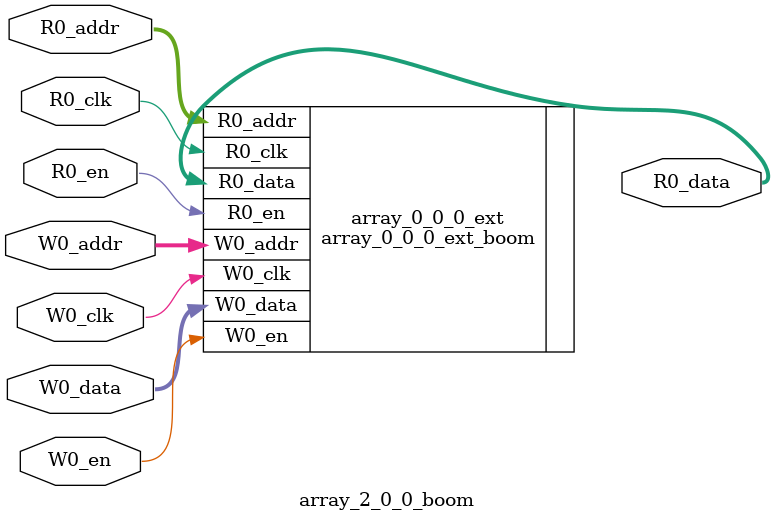
<source format=sv>
`ifndef RANDOMIZE
  `ifdef RANDOMIZE_REG_INIT
    `define RANDOMIZE
  `endif // RANDOMIZE_REG_INIT
`endif // not def RANDOMIZE
`ifndef RANDOMIZE
  `ifdef RANDOMIZE_MEM_INIT
    `define RANDOMIZE
  `endif // RANDOMIZE_MEM_INIT
`endif // not def RANDOMIZE

`ifndef RANDOM
  `define RANDOM $random
`endif // not def RANDOM

// Users can define 'PRINTF_COND' to add an extra gate to prints.
`ifndef PRINTF_COND_
  `ifdef PRINTF_COND
    `define PRINTF_COND_ (`PRINTF_COND)
  `else  // PRINTF_COND
    `define PRINTF_COND_ 1
  `endif // PRINTF_COND
`endif // not def PRINTF_COND_

// Users can define 'ASSERT_VERBOSE_COND' to add an extra gate to assert error printing.
`ifndef ASSERT_VERBOSE_COND_
  `ifdef ASSERT_VERBOSE_COND
    `define ASSERT_VERBOSE_COND_ (`ASSERT_VERBOSE_COND)
  `else  // ASSERT_VERBOSE_COND
    `define ASSERT_VERBOSE_COND_ 1
  `endif // ASSERT_VERBOSE_COND
`endif // not def ASSERT_VERBOSE_COND_

// Users can define 'STOP_COND' to add an extra gate to stop conditions.
`ifndef STOP_COND_
  `ifdef STOP_COND
    `define STOP_COND_ (`STOP_COND)
  `else  // STOP_COND
    `define STOP_COND_ 1
  `endif // STOP_COND
`endif // not def STOP_COND_

// Users can define INIT_RANDOM as general code that gets injected into the
// initializer block for modules with registers.
`ifndef INIT_RANDOM
  `define INIT_RANDOM
`endif // not def INIT_RANDOM

// If using random initialization, you can also define RANDOMIZE_DELAY to
// customize the delay used, otherwise 0.002 is used.
`ifndef RANDOMIZE_DELAY
  `define RANDOMIZE_DELAY 0.002
`endif // not def RANDOMIZE_DELAY

// Define INIT_RANDOM_PROLOG_ for use in our modules below.
`ifndef INIT_RANDOM_PROLOG_
  `ifdef RANDOMIZE
    `ifdef VERILATOR
      `define INIT_RANDOM_PROLOG_ `INIT_RANDOM
    `else  // VERILATOR
      `define INIT_RANDOM_PROLOG_ `INIT_RANDOM #`RANDOMIZE_DELAY begin end
    `endif // VERILATOR
  `else  // RANDOMIZE
    `define INIT_RANDOM_PROLOG_
  `endif // RANDOMIZE
`endif // not def INIT_RANDOM_PROLOG_

module array_2_0_0_boom(	// @[DescribedSRAM.scala:17:26]
  input  [8:0]  R0_addr,
  input         R0_en,
                R0_clk,
  input  [8:0]  W0_addr,
  input         W0_en,
                W0_clk,
  input  [63:0] W0_data,
  output [63:0] R0_data
);

  array_0_0_0_ext_boom array_0_0_0_ext (	// @[DescribedSRAM.scala:17:26]
    .R0_addr (R0_addr),
    .R0_en   (R0_en),
    .R0_clk  (R0_clk),
    .W0_addr (W0_addr),
    .W0_en   (W0_en),
    .W0_clk  (W0_clk),
    .W0_data (W0_data),
    .R0_data (R0_data)
  );
endmodule


</source>
